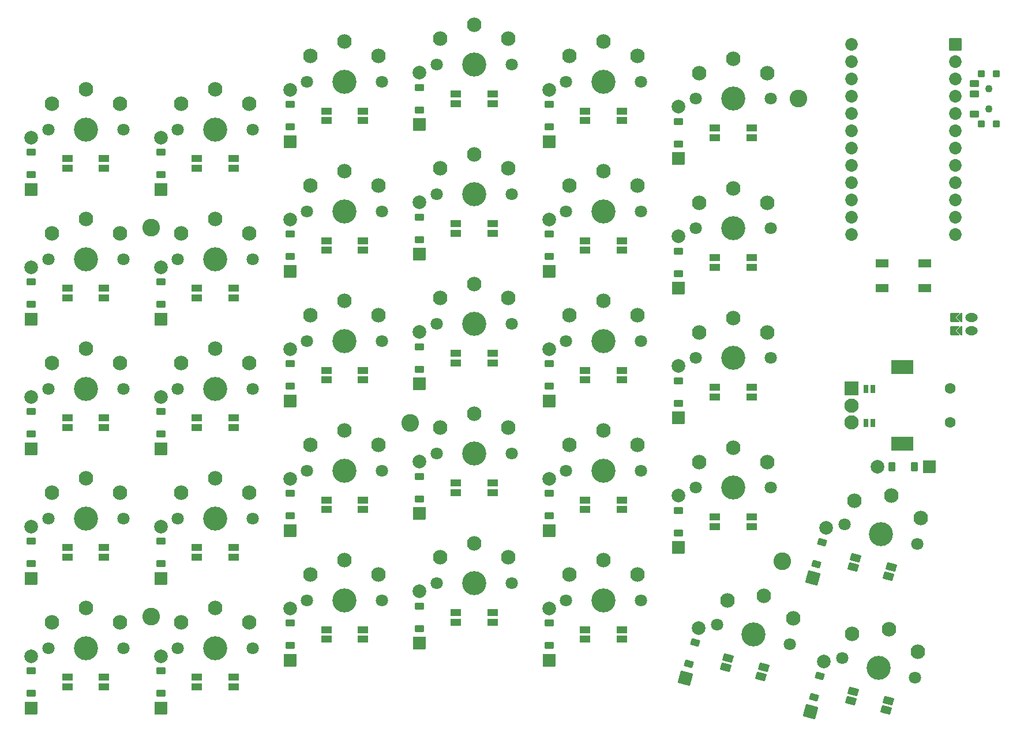
<source format=gbr>
%TF.GenerationSoftware,KiCad,Pcbnew,8.0.6*%
%TF.CreationDate,2025-03-22T19:16:27+01:00*%
%TF.ProjectId,left-finished,6c656674-2d66-4696-9e69-736865642e6b,v1.0.0*%
%TF.SameCoordinates,Original*%
%TF.FileFunction,Soldermask,Top*%
%TF.FilePolarity,Negative*%
%FSLAX46Y46*%
G04 Gerber Fmt 4.6, Leading zero omitted, Abs format (unit mm)*
G04 Created by KiCad (PCBNEW 8.0.6) date 2025-03-22 19:16:27*
%MOMM*%
%LPD*%
G01*
G04 APERTURE LIST*
G04 Aperture macros list*
%AMRoundRect*
0 Rectangle with rounded corners*
0 $1 Rounding radius*
0 $2 $3 $4 $5 $6 $7 $8 $9 X,Y pos of 4 corners*
0 Add a 4 corners polygon primitive as box body*
4,1,4,$2,$3,$4,$5,$6,$7,$8,$9,$2,$3,0*
0 Add four circle primitives for the rounded corners*
1,1,$1+$1,$2,$3*
1,1,$1+$1,$4,$5*
1,1,$1+$1,$6,$7*
1,1,$1+$1,$8,$9*
0 Add four rect primitives between the rounded corners*
20,1,$1+$1,$2,$3,$4,$5,0*
20,1,$1+$1,$4,$5,$6,$7,0*
20,1,$1+$1,$6,$7,$8,$9,0*
20,1,$1+$1,$8,$9,$2,$3,0*%
%AMFreePoly0*
4,1,16,0.635355,0.285355,0.650000,0.250000,0.650000,-1.000000,0.635355,-1.035355,0.600000,-1.050000,0.564645,-1.035355,0.000000,-0.470710,-0.564645,-1.035355,-0.600000,-1.050000,-0.635355,-1.035355,-0.650000,-1.000000,-0.650000,0.250000,-0.635355,0.285355,-0.600000,0.300000,0.600000,0.300000,0.635355,0.285355,0.635355,0.285355,$1*%
%AMFreePoly1*
4,1,14,0.035355,0.435355,0.635355,-0.164645,0.650000,-0.200000,0.650000,-0.400000,0.635355,-0.435355,0.600000,-0.450000,-0.600000,-0.450000,-0.635355,-0.435355,-0.650000,-0.400000,-0.650000,-0.200000,-0.635355,-0.164645,-0.035355,0.435355,0.000000,0.450000,0.035355,0.435355,0.035355,0.435355,$1*%
G04 Aperture macros list end*
%ADD10RoundRect,0.050000X-0.450000X0.450000X-0.450000X-0.450000X0.450000X-0.450000X0.450000X0.450000X0*%
%ADD11C,1.100000*%
%ADD12RoundRect,0.050000X-0.625000X0.450000X-0.625000X-0.450000X0.625000X-0.450000X0.625000X0.450000X0*%
%ADD13RoundRect,0.050000X0.900000X0.550000X-0.900000X0.550000X-0.900000X-0.550000X0.900000X-0.550000X0*%
%ADD14C,1.801800*%
%ADD15C,3.529000*%
%ADD16C,2.132000*%
%ADD17RoundRect,0.050000X0.889000X-0.889000X0.889000X0.889000X-0.889000X0.889000X-0.889000X-0.889000X0*%
%ADD18RoundRect,0.050000X0.600000X-0.450000X0.600000X0.450000X-0.600000X0.450000X-0.600000X-0.450000X0*%
%ADD19C,2.005000*%
%ADD20FreePoly0,90.000000*%
%ADD21O,1.850000X1.300000*%
%ADD22FreePoly1,90.000000*%
%ADD23C,2.600000*%
%ADD24RoundRect,0.050000X-0.876300X0.876300X-0.876300X-0.876300X0.876300X-0.876300X0.876300X0.876300X0*%
%ADD25C,1.852600*%
%ADD26RoundRect,0.050000X0.628618X-1.088798X1.088798X0.628618X-0.628618X1.088798X-1.088798X-0.628618X0*%
%ADD27RoundRect,0.050000X0.463087X-0.589958X0.696024X0.279375X-0.463087X0.589958X-0.696024X-0.279375X0*%
%ADD28RoundRect,0.050000X0.317500X0.571500X-0.317500X0.571500X-0.317500X-0.571500X0.317500X-0.571500X0*%
%ADD29RoundRect,0.050000X0.889000X0.889000X-0.889000X0.889000X-0.889000X-0.889000X0.889000X-0.889000X0*%
%ADD30RoundRect,0.050000X0.450000X0.600000X-0.450000X0.600000X-0.450000X-0.600000X0.450000X-0.600000X0*%
%ADD31RoundRect,0.050000X-1.600000X-1.000000X1.600000X-1.000000X1.600000X1.000000X-1.600000X1.000000X0*%
%ADD32C,1.600000*%
%ADD33RoundRect,0.050000X-1.000000X-1.000000X1.000000X-1.000000X1.000000X1.000000X-1.000000X1.000000X0*%
%ADD34C,2.100000*%
%ADD35RoundRect,0.050000X-0.700000X-0.500000X0.700000X-0.500000X0.700000X0.500000X-0.700000X0.500000X0*%
%ADD36RoundRect,0.050000X0.700000X0.500000X-0.700000X0.500000X-0.700000X-0.500000X0.700000X-0.500000X0*%
%ADD37RoundRect,0.050000X-0.805558X-0.301790X0.546739X-0.664136X0.805558X0.301790X-0.546739X0.664136X0*%
%ADD38RoundRect,0.050000X0.805558X0.301790X-0.546739X0.664136X-0.805558X-0.301790X0.546739X-0.664136X0*%
G04 APERTURE END LIST*
D10*
%TO.C,T1*%
X233600000Y-65600000D03*
X231400000Y-65600000D03*
D11*
X232500000Y-67800000D03*
X232500000Y-70800000D03*
D10*
X233600000Y-73000000D03*
X231400000Y-73000000D03*
D12*
X230425000Y-71550000D03*
X230425000Y-68550000D03*
X230425000Y-67050000D03*
%TD*%
D13*
%TO.C,B1*%
X223100000Y-97150000D03*
X216900000Y-97150000D03*
X223100000Y-93450000D03*
X216900000Y-93450000D03*
%TD*%
D14*
%TO.C,S5*%
X94500000Y-73800000D03*
D15*
X100000000Y-73800000D03*
D14*
X105500000Y-73800000D03*
D16*
X95000000Y-70000000D03*
X105000000Y-70000000D03*
X100000000Y-67900000D03*
X100000000Y-67900000D03*
%TD*%
D17*
%TO.C,D22*%
X168000000Y-132760000D03*
D18*
X168000000Y-130600000D03*
X168000000Y-127300000D03*
D19*
X168000000Y-125140000D03*
%TD*%
D14*
%TO.C,S13*%
X132500000Y-104900000D03*
D15*
X138000000Y-104900000D03*
D14*
X143500000Y-104900000D03*
D16*
X133000000Y-101100000D03*
X143000000Y-101100000D03*
X138000000Y-99000000D03*
X138000000Y-99000000D03*
%TD*%
D14*
%TO.C,S28*%
X189500000Y-88350000D03*
D15*
X195000000Y-88350000D03*
D14*
X200500000Y-88350000D03*
D16*
X190000000Y-84550000D03*
X200000000Y-84550000D03*
X195000000Y-82450000D03*
X195000000Y-82450000D03*
%TD*%
D17*
%TO.C,D27*%
X187000000Y-116210000D03*
D18*
X187000000Y-114050000D03*
X187000000Y-110750000D03*
D19*
X187000000Y-108590000D03*
%TD*%
D17*
%TO.C,D16*%
X149000000Y-149310000D03*
D18*
X149000000Y-147150000D03*
X149000000Y-143850000D03*
D19*
X149000000Y-141690000D03*
%TD*%
D20*
%TO.C,JST1*%
X227184000Y-101400000D03*
X227184000Y-103400000D03*
D21*
X230000000Y-101400000D03*
X230000000Y-103400000D03*
D22*
X228200000Y-101400000D03*
X228200000Y-103400000D03*
%TD*%
D14*
%TO.C,S9*%
X113500000Y-92850000D03*
D15*
X119000000Y-92850000D03*
D14*
X124500000Y-92850000D03*
D16*
X114000000Y-89050000D03*
X124000000Y-89050000D03*
X119000000Y-86950000D03*
X119000000Y-86950000D03*
%TD*%
D14*
%TO.C,S26*%
X189500000Y-126450000D03*
D15*
X195000000Y-126450000D03*
D14*
X200500000Y-126450000D03*
D16*
X190000000Y-122650000D03*
X200000000Y-122650000D03*
X195000000Y-120550000D03*
X195000000Y-120550000D03*
%TD*%
D14*
%TO.C,S14*%
X132500000Y-85850000D03*
D15*
X138000000Y-85850000D03*
D14*
X143500000Y-85850000D03*
D16*
X133000000Y-82050000D03*
X143000000Y-82050000D03*
X138000000Y-79950000D03*
X138000000Y-79950000D03*
%TD*%
D17*
%TO.C,D18*%
X149000000Y-111210000D03*
D18*
X149000000Y-109050000D03*
X149000000Y-105750000D03*
D19*
X149000000Y-103590000D03*
%TD*%
D17*
%TO.C,D24*%
X168000000Y-94660000D03*
D18*
X168000000Y-92500000D03*
X168000000Y-89200000D03*
D19*
X168000000Y-87040000D03*
%TD*%
D23*
%TO.C,*%
X204600000Y-69300000D03*
%TD*%
D17*
%TO.C,D8*%
X111000000Y-120710000D03*
D18*
X111000000Y-118550000D03*
X111000000Y-115250000D03*
D19*
X111000000Y-113090000D03*
%TD*%
D17*
%TO.C,D10*%
X111000000Y-82610000D03*
D18*
X111000000Y-80450000D03*
X111000000Y-77150000D03*
D19*
X111000000Y-74990000D03*
%TD*%
D17*
%TO.C,D13*%
X130000000Y-113710000D03*
D18*
X130000000Y-111550000D03*
X130000000Y-108250000D03*
D19*
X130000000Y-106090000D03*
%TD*%
D17*
%TO.C,D1*%
X92000000Y-158810000D03*
D18*
X92000000Y-156650000D03*
X92000000Y-153350000D03*
D19*
X92000000Y-151190000D03*
%TD*%
D14*
%TO.C,S18*%
X151500000Y-102400000D03*
D15*
X157000000Y-102400000D03*
D14*
X162500000Y-102400000D03*
D16*
X152000000Y-98600000D03*
X162000000Y-98600000D03*
X157000000Y-96500000D03*
X157000000Y-96500000D03*
%TD*%
D24*
%TO.C,MCU1*%
X227620000Y-61330000D03*
D25*
X227620000Y-63870000D03*
X227620000Y-66410000D03*
X227620000Y-68950000D03*
X227620000Y-71490000D03*
X227620000Y-74030000D03*
X227620000Y-76570000D03*
X227620000Y-79110000D03*
X227620000Y-81650000D03*
X227620000Y-84190000D03*
X227620000Y-86730000D03*
X227620000Y-89270000D03*
X212380000Y-61330000D03*
X212380000Y-63870000D03*
X212380000Y-66410000D03*
X212380000Y-68950000D03*
X212380000Y-71490000D03*
X212380000Y-74030000D03*
X212380000Y-76570000D03*
X212380000Y-79110000D03*
X212380000Y-81650000D03*
X212380000Y-84190000D03*
X212380000Y-86730000D03*
X212380000Y-89270000D03*
%TD*%
D14*
%TO.C,S30*%
X192687408Y-146576495D03*
D15*
X198000000Y-148000000D03*
D14*
X203312592Y-149423505D03*
D16*
X194153883Y-143035387D03*
X203813142Y-145623577D03*
X199527032Y-142301038D03*
X199527032Y-142301038D03*
%TD*%
D17*
%TO.C,D4*%
X92000000Y-101660000D03*
D18*
X92000000Y-99500000D03*
X92000000Y-96200000D03*
D19*
X92000000Y-94040000D03*
%TD*%
D14*
%TO.C,S12*%
X132500000Y-123950000D03*
D15*
X138000000Y-123950000D03*
D14*
X143500000Y-123950000D03*
D16*
X133000000Y-120150000D03*
X143000000Y-120150000D03*
X138000000Y-118050000D03*
X138000000Y-118050000D03*
%TD*%
D26*
%TO.C,D31*%
X206344987Y-159356816D03*
D27*
X206904039Y-157270417D03*
X207758139Y-154082861D03*
D19*
X208317191Y-151996462D03*
%TD*%
D14*
%TO.C,S27*%
X189500000Y-107400000D03*
D15*
X195000000Y-107400000D03*
D14*
X200500000Y-107400000D03*
D16*
X190000000Y-103600000D03*
X200000000Y-103600000D03*
X195000000Y-101500000D03*
X195000000Y-101500000D03*
%TD*%
D14*
%TO.C,S10*%
X113500000Y-73800000D03*
D15*
X119000000Y-73800000D03*
D14*
X124500000Y-73800000D03*
D16*
X114000000Y-70000000D03*
X124000000Y-70000000D03*
X119000000Y-67900000D03*
X119000000Y-67900000D03*
%TD*%
D17*
%TO.C,D11*%
X130000000Y-151810000D03*
D18*
X130000000Y-149650000D03*
X130000000Y-146350000D03*
D19*
X130000000Y-144190000D03*
%TD*%
D14*
%TO.C,S17*%
X151500000Y-121450000D03*
D15*
X157000000Y-121450000D03*
D14*
X162500000Y-121450000D03*
D16*
X152000000Y-117650000D03*
X162000000Y-117650000D03*
X157000000Y-115550000D03*
X157000000Y-115550000D03*
%TD*%
D14*
%TO.C,S11*%
X132500000Y-143000000D03*
D15*
X138000000Y-143000000D03*
D14*
X143500000Y-143000000D03*
D16*
X133000000Y-139200000D03*
X143000000Y-139200000D03*
X138000000Y-137100000D03*
X138000000Y-137100000D03*
%TD*%
D28*
%TO.C,J1*%
X215500380Y-111900000D03*
X214499620Y-111900000D03*
%TD*%
%TO.C,J2*%
X215500380Y-116900000D03*
X214499620Y-116900000D03*
%TD*%
D17*
%TO.C,D21*%
X168000000Y-151810000D03*
D18*
X168000000Y-149650000D03*
X168000000Y-146350000D03*
D19*
X168000000Y-144190000D03*
%TD*%
D14*
%TO.C,S6*%
X113500000Y-150000000D03*
D15*
X119000000Y-150000000D03*
D14*
X124500000Y-150000000D03*
D16*
X114000000Y-146200000D03*
X124000000Y-146200000D03*
X119000000Y-144100000D03*
X119000000Y-144100000D03*
%TD*%
D29*
%TO.C,D33*%
X223810000Y-123400000D03*
D30*
X221650000Y-123400000D03*
X218350000Y-123400000D03*
D19*
X216190000Y-123400000D03*
%TD*%
D11*
%TO.C,T2*%
X232500000Y-67800000D03*
X232500000Y-70800000D03*
%TD*%
D14*
%TO.C,S15*%
X132500000Y-66800000D03*
D15*
X138000000Y-66800000D03*
D14*
X143500000Y-66800000D03*
D16*
X133000000Y-63000000D03*
X143000000Y-63000000D03*
X138000000Y-60900000D03*
X138000000Y-60900000D03*
%TD*%
D14*
%TO.C,S4*%
X94500000Y-92850000D03*
D15*
X100000000Y-92850000D03*
D14*
X105500000Y-92850000D03*
D16*
X95000000Y-89050000D03*
X105000000Y-89050000D03*
X100000000Y-86950000D03*
X100000000Y-86950000D03*
%TD*%
D17*
%TO.C,D26*%
X187000000Y-135260000D03*
D18*
X187000000Y-133100000D03*
X187000000Y-129800000D03*
D19*
X187000000Y-127640000D03*
%TD*%
D14*
%TO.C,S25*%
X170500000Y-66800000D03*
D15*
X176000000Y-66800000D03*
D14*
X181500000Y-66800000D03*
D16*
X171000000Y-63000000D03*
X181000000Y-63000000D03*
X176000000Y-60900000D03*
X176000000Y-60900000D03*
%TD*%
D17*
%TO.C,D19*%
X149000000Y-92160000D03*
D18*
X149000000Y-90000000D03*
X149000000Y-86700000D03*
D19*
X149000000Y-84540000D03*
%TD*%
D23*
%TO.C,*%
X109600000Y-145380000D03*
%TD*%
D17*
%TO.C,D3*%
X92000000Y-120710000D03*
D18*
X92000000Y-118550000D03*
X92000000Y-115250000D03*
D19*
X92000000Y-113090000D03*
%TD*%
D17*
%TO.C,D2*%
X92000000Y-139760000D03*
D18*
X92000000Y-137600000D03*
X92000000Y-134300000D03*
D19*
X92000000Y-132140000D03*
%TD*%
D14*
%TO.C,S20*%
X151500000Y-64300000D03*
D15*
X157000000Y-64300000D03*
D14*
X162500000Y-64300000D03*
D16*
X152000000Y-60500000D03*
X162000000Y-60500000D03*
X157000000Y-58400000D03*
X157000000Y-58400000D03*
%TD*%
D23*
%TO.C,*%
X202200000Y-137272500D03*
%TD*%
D17*
%TO.C,D7*%
X111000000Y-139760000D03*
D18*
X111000000Y-137600000D03*
X111000000Y-134300000D03*
D19*
X111000000Y-132140000D03*
%TD*%
D31*
%TO.C,ROT1*%
X219880000Y-108760000D03*
X219880000Y-119960000D03*
D32*
X226880000Y-111860000D03*
X226880000Y-116860000D03*
D33*
X212380000Y-111860000D03*
D34*
X212380000Y-116860000D03*
X212380000Y-114360000D03*
%TD*%
D14*
%TO.C,S29*%
X189500000Y-69300000D03*
D15*
X195000000Y-69300000D03*
D14*
X200500000Y-69300000D03*
D16*
X190000000Y-65500000D03*
X200000000Y-65500000D03*
X195000000Y-63400000D03*
X195000000Y-63400000D03*
%TD*%
D17*
%TO.C,D23*%
X168000000Y-113710000D03*
D18*
X168000000Y-111550000D03*
X168000000Y-108250000D03*
D19*
X168000000Y-106090000D03*
%TD*%
D14*
%TO.C,S31*%
X211039999Y-151494057D03*
D15*
X216352591Y-152917562D03*
D14*
X221665183Y-154341067D03*
D16*
X212506474Y-147952949D03*
X222165733Y-150541139D03*
X217879623Y-147218600D03*
X217879623Y-147218600D03*
%TD*%
D14*
%TO.C,S2*%
X94500000Y-130950000D03*
D15*
X100000000Y-130950000D03*
D14*
X105500000Y-130950000D03*
D16*
X95000000Y-127150000D03*
X105000000Y-127150000D03*
X100000000Y-125050000D03*
X100000000Y-125050000D03*
%TD*%
D17*
%TO.C,D5*%
X92000000Y-82610000D03*
D18*
X92000000Y-80450000D03*
X92000000Y-77150000D03*
D19*
X92000000Y-74990000D03*
%TD*%
D14*
%TO.C,S21*%
X170500000Y-143000000D03*
D15*
X176000000Y-143000000D03*
D14*
X181500000Y-143000000D03*
D16*
X171000000Y-139200000D03*
X181000000Y-139200000D03*
X176000000Y-137100000D03*
X176000000Y-137100000D03*
%TD*%
D17*
%TO.C,D6*%
X111000000Y-158810000D03*
D18*
X111000000Y-156650000D03*
X111000000Y-153350000D03*
D19*
X111000000Y-151190000D03*
%TD*%
D17*
%TO.C,D17*%
X149000000Y-130260000D03*
D18*
X149000000Y-128100000D03*
X149000000Y-124800000D03*
D19*
X149000000Y-122640000D03*
%TD*%
D14*
%TO.C,S23*%
X170500000Y-104900000D03*
D15*
X176000000Y-104900000D03*
D14*
X181500000Y-104900000D03*
D16*
X171000000Y-101100000D03*
X181000000Y-101100000D03*
X176000000Y-99000000D03*
X176000000Y-99000000D03*
%TD*%
D23*
%TO.C,*%
X109600000Y-88230000D03*
%TD*%
D17*
%TO.C,D20*%
X149000000Y-73110000D03*
D18*
X149000000Y-70950000D03*
X149000000Y-67650000D03*
D19*
X149000000Y-65490000D03*
%TD*%
D14*
%TO.C,S1*%
X94500000Y-150000000D03*
D15*
X100000000Y-150000000D03*
D14*
X105500000Y-150000000D03*
D16*
X95000000Y-146200000D03*
X105000000Y-146200000D03*
X100000000Y-144100000D03*
X100000000Y-144100000D03*
%TD*%
D14*
%TO.C,S32*%
X211382354Y-131863779D03*
D15*
X216694946Y-133287284D03*
D14*
X222007538Y-134710789D03*
D16*
X212848829Y-128322671D03*
X222508088Y-130910861D03*
X218221978Y-127588322D03*
X218221978Y-127588322D03*
%TD*%
D14*
%TO.C,S22*%
X170500000Y-123950000D03*
D15*
X176000000Y-123950000D03*
D14*
X181500000Y-123950000D03*
D16*
X171000000Y-120150000D03*
X181000000Y-120150000D03*
X176000000Y-118050000D03*
X176000000Y-118050000D03*
%TD*%
D23*
%TO.C,*%
X147600000Y-116925000D03*
%TD*%
D14*
%TO.C,S16*%
X151500000Y-140500000D03*
D15*
X157000000Y-140500000D03*
D14*
X162500000Y-140500000D03*
D16*
X152000000Y-136700000D03*
X162000000Y-136700000D03*
X157000000Y-134600000D03*
X157000000Y-134600000D03*
%TD*%
D14*
%TO.C,S3*%
X94500000Y-111900000D03*
D15*
X100000000Y-111900000D03*
D14*
X105500000Y-111900000D03*
D16*
X95000000Y-108100000D03*
X105000000Y-108100000D03*
X100000000Y-106000000D03*
X100000000Y-106000000D03*
%TD*%
D14*
%TO.C,S24*%
X170500000Y-85850000D03*
D15*
X176000000Y-85850000D03*
D14*
X181500000Y-85850000D03*
D16*
X171000000Y-82050000D03*
X181000000Y-82050000D03*
X176000000Y-79950000D03*
X176000000Y-79950000D03*
%TD*%
D14*
%TO.C,S19*%
X151500000Y-83350000D03*
D15*
X157000000Y-83350000D03*
D14*
X162500000Y-83350000D03*
D16*
X152000000Y-79550000D03*
X162000000Y-79550000D03*
X157000000Y-77450000D03*
X157000000Y-77450000D03*
%TD*%
D17*
%TO.C,D15*%
X130000000Y-75610000D03*
D18*
X130000000Y-73450000D03*
X130000000Y-70150000D03*
D19*
X130000000Y-67990000D03*
%TD*%
D17*
%TO.C,D28*%
X187000000Y-97160000D03*
D18*
X187000000Y-95000000D03*
X187000000Y-91700000D03*
D19*
X187000000Y-89540000D03*
%TD*%
D17*
%TO.C,D25*%
X168000000Y-75610000D03*
D18*
X168000000Y-73450000D03*
X168000000Y-70150000D03*
D19*
X168000000Y-67990000D03*
%TD*%
D17*
%TO.C,D29*%
X187000000Y-78110000D03*
D18*
X187000000Y-75950000D03*
X187000000Y-72650000D03*
D19*
X187000000Y-70490000D03*
%TD*%
D26*
%TO.C,D30*%
X187992396Y-154439254D03*
D27*
X188551448Y-152352855D03*
X189405548Y-149165299D03*
D19*
X189964600Y-147078900D03*
%TD*%
D14*
%TO.C,S7*%
X113500000Y-130950000D03*
D15*
X119000000Y-130950000D03*
D14*
X124500000Y-130950000D03*
D16*
X114000000Y-127150000D03*
X124000000Y-127150000D03*
X119000000Y-125050000D03*
X119000000Y-125050000D03*
%TD*%
D17*
%TO.C,D14*%
X130000000Y-94660000D03*
D18*
X130000000Y-92500000D03*
X130000000Y-89200000D03*
D19*
X130000000Y-87040000D03*
%TD*%
D17*
%TO.C,D12*%
X130000000Y-132760000D03*
D18*
X130000000Y-130600000D03*
X130000000Y-127300000D03*
D19*
X130000000Y-125140000D03*
%TD*%
D26*
%TO.C,D32*%
X206687342Y-139726538D03*
D27*
X207246394Y-137640139D03*
X208100494Y-134452583D03*
D19*
X208659546Y-132366184D03*
%TD*%
D17*
%TO.C,D9*%
X111000000Y-101660000D03*
D18*
X111000000Y-99500000D03*
X111000000Y-96200000D03*
D19*
X111000000Y-94040000D03*
%TD*%
D14*
%TO.C,S8*%
X113500000Y-111900000D03*
D15*
X119000000Y-111900000D03*
D14*
X124500000Y-111900000D03*
D16*
X114000000Y-108100000D03*
X124000000Y-108100000D03*
X119000000Y-106000000D03*
X119000000Y-106000000D03*
%TD*%
D35*
%TO.C,LED9*%
X140700000Y-71100000D03*
X140700000Y-72500000D03*
X135300000Y-72500000D03*
X135300000Y-71100000D03*
%TD*%
%TO.C,LED11*%
X159700000Y-106700000D03*
X159700000Y-108100000D03*
X154300000Y-108100000D03*
X154300000Y-106700000D03*
%TD*%
%TO.C,LED5*%
X121700000Y-116200000D03*
X121700000Y-117600000D03*
X116300000Y-117600000D03*
X116300000Y-116200000D03*
%TD*%
D36*
%TO.C,LED26*%
X154300000Y-127150000D03*
X154300000Y-125750000D03*
X159700000Y-125750000D03*
X159700000Y-127150000D03*
%TD*%
%TO.C,LED22*%
X116300000Y-136650000D03*
X116300000Y-135250000D03*
X121700000Y-135250000D03*
X121700000Y-136650000D03*
%TD*%
D35*
%TO.C,LED1*%
X102700000Y-154300000D03*
X102700000Y-155700000D03*
X97300000Y-155700000D03*
X97300000Y-154300000D03*
%TD*%
D36*
%TO.C,LED20*%
X97300000Y-136650000D03*
X97300000Y-135250000D03*
X102700000Y-135250000D03*
X102700000Y-136650000D03*
%TD*%
D35*
%TO.C,LED14*%
X178700000Y-109200000D03*
X178700000Y-110600000D03*
X173300000Y-110600000D03*
X173300000Y-109200000D03*
%TD*%
%TO.C,LED17*%
X197700000Y-73600000D03*
X197700000Y-75000000D03*
X192300000Y-75000000D03*
X192300000Y-73600000D03*
%TD*%
D36*
%TO.C,LED25*%
X135300000Y-91550000D03*
X135300000Y-90150000D03*
X140700000Y-90150000D03*
X140700000Y-91550000D03*
%TD*%
D35*
%TO.C,LED2*%
X102700000Y-116200000D03*
X102700000Y-117600000D03*
X97300000Y-117600000D03*
X97300000Y-116200000D03*
%TD*%
%TO.C,LED16*%
X197700000Y-111700000D03*
X197700000Y-113100000D03*
X192300000Y-113100000D03*
X192300000Y-111700000D03*
%TD*%
%TO.C,LED6*%
X121700000Y-78100000D03*
X121700000Y-79500000D03*
X116300000Y-79500000D03*
X116300000Y-78100000D03*
%TD*%
D37*
%TO.C,LED18*%
X199495078Y-152852292D03*
X199132731Y-154204589D03*
X193916732Y-152806966D03*
X194279079Y-151454669D03*
%TD*%
D36*
%TO.C,LED30*%
X192300000Y-132150000D03*
X192300000Y-130750000D03*
X197700000Y-130750000D03*
X197700000Y-132150000D03*
%TD*%
D35*
%TO.C,LED12*%
X159700000Y-68600000D03*
X159700000Y-70000000D03*
X154300000Y-70000000D03*
X154300000Y-68600000D03*
%TD*%
D36*
%TO.C,LED29*%
X173300000Y-91550000D03*
X173300000Y-90150000D03*
X178700000Y-90150000D03*
X178700000Y-91550000D03*
%TD*%
D37*
%TO.C,LED19*%
X217847669Y-157769854D03*
X217485322Y-159122151D03*
X212269323Y-157724528D03*
X212631670Y-156372231D03*
%TD*%
D35*
%TO.C,LED15*%
X178700000Y-71100000D03*
X178700000Y-72500000D03*
X173300000Y-72500000D03*
X173300000Y-71100000D03*
%TD*%
D36*
%TO.C,LED24*%
X135300000Y-129650000D03*
X135300000Y-128250000D03*
X140700000Y-128250000D03*
X140700000Y-129650000D03*
%TD*%
D38*
%TO.C,LED32*%
X212611678Y-138094251D03*
X212974025Y-136741954D03*
X218190024Y-138139577D03*
X217827677Y-139491874D03*
%TD*%
D36*
%TO.C,LED23*%
X116300000Y-98550000D03*
X116300000Y-97150000D03*
X121700000Y-97150000D03*
X121700000Y-98550000D03*
%TD*%
D35*
%TO.C,LED4*%
X121700000Y-154300000D03*
X121700000Y-155700000D03*
X116300000Y-155700000D03*
X116300000Y-154300000D03*
%TD*%
%TO.C,LED10*%
X159700000Y-144800000D03*
X159700000Y-146200000D03*
X154300000Y-146200000D03*
X154300000Y-144800000D03*
%TD*%
%TO.C,LED8*%
X140700000Y-109200000D03*
X140700000Y-110600000D03*
X135300000Y-110600000D03*
X135300000Y-109200000D03*
%TD*%
%TO.C,LED3*%
X102700000Y-78100000D03*
X102700000Y-79500000D03*
X97300000Y-79500000D03*
X97300000Y-78100000D03*
%TD*%
D36*
%TO.C,LED27*%
X154300000Y-89050000D03*
X154300000Y-87650000D03*
X159700000Y-87650000D03*
X159700000Y-89050000D03*
%TD*%
%TO.C,LED21*%
X97300000Y-98550000D03*
X97300000Y-97150000D03*
X102700000Y-97150000D03*
X102700000Y-98550000D03*
%TD*%
D35*
%TO.C,LED13*%
X178700000Y-147300000D03*
X178700000Y-148700000D03*
X173300000Y-148700000D03*
X173300000Y-147300000D03*
%TD*%
D36*
%TO.C,LED28*%
X173300000Y-129650000D03*
X173300000Y-128250000D03*
X178700000Y-128250000D03*
X178700000Y-129650000D03*
%TD*%
%TO.C,LED31*%
X192300000Y-94050000D03*
X192300000Y-92650000D03*
X197700000Y-92650000D03*
X197700000Y-94050000D03*
%TD*%
D35*
%TO.C,LED7*%
X140700000Y-147300000D03*
X140700000Y-148700000D03*
X135300000Y-148700000D03*
X135300000Y-147300000D03*
%TD*%
M02*

</source>
